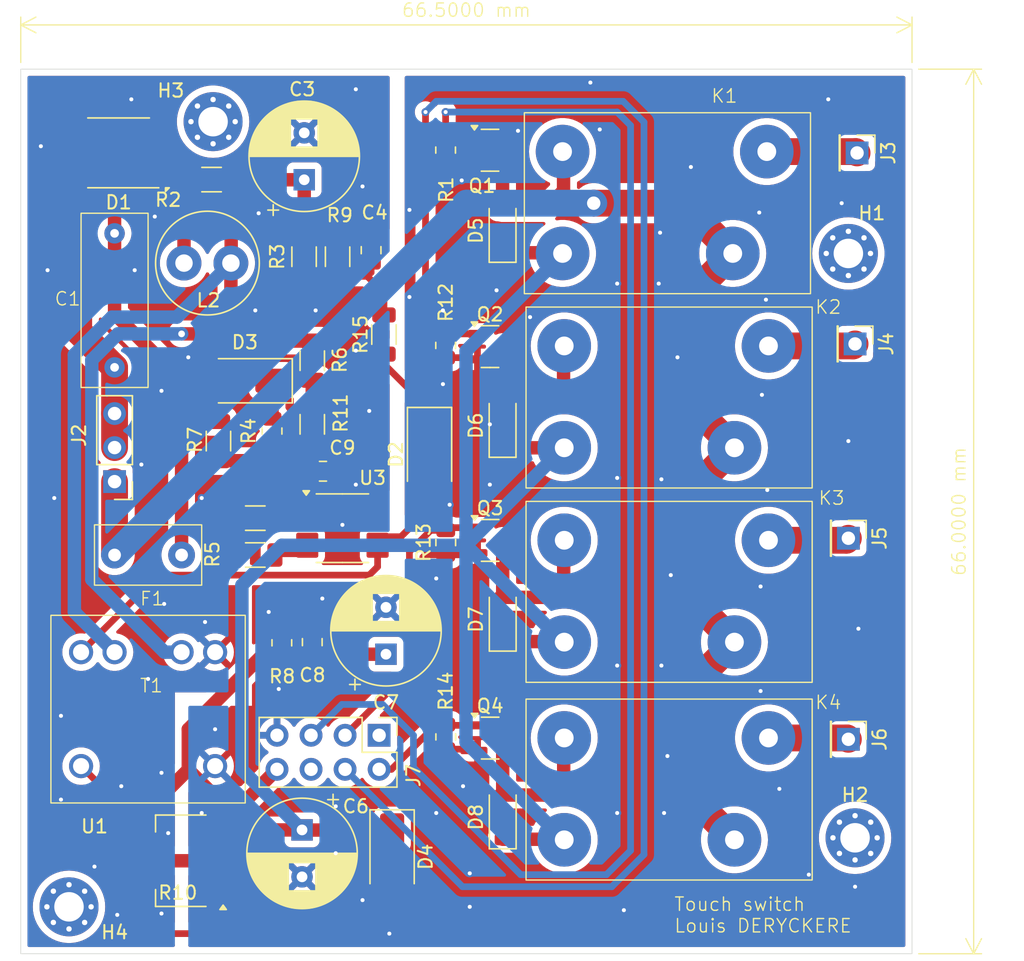
<source format=kicad_pcb>
(kicad_pcb (version 20240108) (generator "pcbnew") (generator_version "8.0")
  (layers (0 "F.Cu" signal) (31 "B.Cu" signal) (34 "B.Paste" user) (35 "F.Paste" user) (36 "B.SilkS" user "B.Silkscreen") (37 "F.SilkS" user "F.Silkscreen") (38 "B.Mask" user) (39 "F.Mask" user) (44 "Edge.Cuts" user))
  (net 0 "")
  (net 1 "GND")
  (net 2 "N")
  (net 3 "Net-(C1-Pad1)")
  (net 4 "VCC_IC")
  (net 5 "Net-(D1-+)")
  (net 6 "Net-(D2-K)")
  (net 7 "C")
  (net 8 "Net-(D3-K)")
  (net 9 "Vaux")
  (net 10 "Net-(D4-A)")
  (net 11 "+5VDC")
  (net 12 "Net-(D5-A)")
  (net 13 "Net-(D6-A)")
  (net 14 "Net-(D7-A)")
  (net 15 "Net-(D8-A)")
  (net 16 "L")
  (net 18 "CT1")
  (net 19 "CT3")
  (net 20 "+3.3V")
  (net 21 "CT4")
  (net 23 "CT2")
  (net 24 "GND2")
  (net 25 "Net-(J3-Pin_1)")
  (net 26 "Net-(J4-Pin_1)")
  (net 27 "Net-(J5-Pin_1)")
  (net 28 "Net-(J6-Pin_1)")
  (net 29 "+310VDC")
  (net 30 "Net-(C4-Pad2)")
  (net 31 "Net-(R11-Pad1)")
  (net 32 "Net-(U3-CS)")
  (net 33 "Net-(U3-FB)")
  (footprint "Resistor_SMD:R_0805_2012Metric" (layer "F.Cu") (at 112.25 55 90)
    (property "Reference" "R4")
    (property "Value" "100")
  )
  (footprint "Diode_SMD:D_SOD-123" (layer "F.Cu") (at 129.46 69.06 90)
    (property "Reference" "D7")
    (property "Value" "D")
  )
  (footprint "Capacitor_SMD:C_0805_2012Metric" (layer "F.Cu") (at 115.25 70.75 -90)
    (property "Reference" "C8")
    (property "Value" "0,1u/10V")
  )
  (footprint "Connector_PinHeader_2.54mm:PinHeader_1x01_P2.54mm_Vertical" (layer "F.Cu") (at 155.25 78 -90)
    (property "Reference" "J6")
    (property "Value" "Conn_01x01_Pin")
  )
  (footprint "Connector_PinHeader_2.54mm:PinHeader_1x03_P2.54mm_Vertical" (layer "F.Cu") (at 100.5 58.775 180)
    (property "Reference" "J2")
    (property "Value" "Conn_01x03_Pin")
  )
  (footprint "Resistor_SMD:R_1206_3216Metric" (layer "F.Cu") (at 120.6 47.8 -90)
    (property "Reference" "R15")
    (property "Value" "100")
  )
  (footprint "Resistor_SMD:R_0805_2012Metric" (layer "F.Cu") (at 125.21 63.3225 90)
    (property "Reference" "R13")
    (property "Value" "10k")
  )
  (footprint "MountingHole:MountingHole_2.2mm_M2_Pad_Via" (layer "F.Cu") (at 155.25 41.75)
    (property "Reference" "H1")
    (property "Value" "MountingHole")
  )
  (footprint "Diode_SMD:D_SOD-123" (layer "F.Cu") (at 129.45 40.05 90)
    (property "Reference" "D5")
    (property "Value" "D")
  )
  (footprint "Resistor_SMD:R_0805_2012Metric" (layer "F.Cu") (at 125.21 77.8225 90)
    (property "Reference" "R14")
    (property "Value" "10k")
  )
  (footprint "Capacitor_THT:CP_Radial_D8.0mm_P3.50mm" (layer "F.Cu") (at 114.65 36.252651 90)
    (property "Reference" "C3")
    (property "Value" "2,2u/400V")
  )
  (footprint "Package_SO:SOP-8_3.9x4.9mm_P1.27mm" (layer "F.Cu") (at 117.5 62.25)
    (property "Reference" "U3")
    (property "Value" "~")
  )
  (footprint "Touch_Switch_Custom:MKP-X2-100NR10" (layer "F.Cu") (at 100.5 40.25 -90)
    (property "Reference" "C1")
    (property "Value" "0,1u/400V")
  )
  (footprint "Diode_SMD:D_SMA" (layer "F.Cu") (at 124 56.75 -90)
    (property "Reference" "D2")
    (property "Value" "D")
  )
  (footprint "Resistor_SMD:R_1206_3216Metric" (layer "F.Cu") (at 117.14 41.9925 -90)
    (property "Reference" "R9")
    (property "Value" "430k")
  )
  (footprint "Touch_Switch_Custom:Fuse" (layer "F.Cu") (at 103 64.25)
    (property "Reference" "F1")
    (property "Value" "68")
  )
  (footprint "Diode_SMD:D_SMA" (layer "F.Cu") (at 110.25 51.25 180)
    (property "Reference" "D3")
    (property "Value" "D")
  )
  (footprint "Diode_SMD:D_SOD-123" (layer "F.Cu") (at 129.46 83.81 90)
    (property "Reference" "D8")
    (property "Value" "D")
  )
  (footprint "Touch_Switch_Custom:FH17-1A2STLE-DC5V" (layer "F.Cu") (at 133.925 41.75)
    (property "Reference" "K1")
    (property "Value" "Relay_SPST-NO")
  )
  (footprint "Package_TO_SOT_SMD:SOT-23" (layer "F.Cu") (at 128.5225 63.16)
    (property "Reference" "Q3")
    (property "Value" "MMBT3904")
  )
  (footprint "Touch_Switch_Custom:FH17-1A2STLE-DC5V" (layer "F.Cu") (at 134.05 85.5)
    (property "Reference" "K4")
    (property "Value" "Relay_SPST-NO")
  )
  (footprint "Capacitor_SMD:C_0805_2012Metric" (layer "F.Cu") (at 119.64 41.505 -90)
    (property "Reference" "C4")
    (property "Value" "100p/400V")
  )
  (footprint "Connector_PinHeader_2.54mm:PinHeader_1x01_P2.54mm_Vertical" (layer "F.Cu") (at 155.75 48.5 -90)
    (property "Reference" "J4")
    (property "Value" "Conn_01x01_Pin")
  )
  (footprint "Connector_PinHeader_2.54mm:PinHeader_1x01_P2.54mm_Vertical" (layer "F.Cu") (at 155.9 34.25 -90)
    (property "Reference" "J3")
    (property "Value" "Conn_01x01_Pin")
  )
  (footprint "Resistor_SMD:R_1206_3216Metric" (layer "F.Cu") (at 114.64 41.9925 -90)
    (property "Reference" "R3")
    (property "Value" "430k")
  )
  (footprint "Touch_Switch_Custom:FH17-1A2STLE-DC5V" (layer "F.Cu") (at 134.05 56.25)
    (property "Reference" "K2")
    (property "Value" "Relay_SPST-NO")
  )
  (footprint "Resistor_SMD:R_0805_2012Metric" (layer "F.Cu") (at 125.2 48.6125 90)
    (property "Reference" "R12")
    (property "Value" "10k")
  )
  (footprint "Inductor_THT:L_Radial_D7.5mm_P3.50mm_Fastron_07P" (layer "F.Cu") (at 105.68 42.47)
    (property "Reference" "L2")
    (property "Value" "3m")
  )
  (footprint "Package_TO_SOT_SMD:SOT-23" (layer "F.Cu") (at 128.5125 48.7)
    (property "Reference" "Q2")
    (property "Value" "MMBT3904")
  )
  (footprint "Resistor_SMD:R_1206_3216Metric" (layer "F.Cu") (at 108.25 55.75 -90)
    (property "Reference" "R7")
    (property "Value" "24k")
  )
  (footprint "MountingHole:MountingHole_2.2mm_M2_Pad_Via" (layer "F.Cu") (at 107.85 31.916726)
    (property "Reference" "H3")
    (property "Value" "MountingHole")
  )
  (footprint "Package_TO_SOT_SMD:SOT-23" (layer "F.Cu") (at 128.5225 77.91)
    (property "Reference" "Q4")
    (property "Value" "MMBT3904")
  )
  (footprint "Touch_Switch_Custom:FH17-1A2STLE-DC5V" (layer "F.Cu") (at 134.05 70.75)
    (property "Reference" "K3")
    (property "Value" "Relay_SPST-NO")
  )
  (footprint "Resistor_SMD:R_1206_3216Metric" (layer "F.Cu") (at 115.25 54.5 -90)
    (property "Reference" "R11")
    (property "Value" "2M")
  )
  (footprint "Package_TO_SOT_SMD:SOT-223-3_TabPin2" (layer "F.Cu") (at 105.4675 87.0625 180)
    (property "Reference" "U1")
    (property "Value" "SCJT1117B-3.3-A")
  )
  (footprint "Resistor_SMD:R_1206_3216Metric" (layer "F.Cu") (at 115.25 49.75 -90)
    (property "Reference" "R6")
    (property "Value" "2M")
  )
  (footprint "Resistor_SMD:R_0805_2012Metric" (layer "F.Cu") (at 125.2 34.0375 90)
    (property "Reference" "R1")
    (property "Value" "10k")
  )
  (footprint "Package_TO_SOT_SMD:SOT-23" (layer "F.Cu") (at 128.5125 34.05)
    (property "Reference" "Q1")
    (property "Value" "MMBT3904")
  )
  (footprint "Capacitor_THT:CP_Radial_D8.0mm_P3.50mm" (layer "F.Cu") (at 120.75 71.652651 90)
    (property "Reference" "C7")
    (property "Value" "330u/10V")
  )
  (footprint "Resistor_SMD:R_1206_3216Metric" (layer "F.Cu") (at 111 61.5)
    (property "Reference" "R10")
    (property "Value" "3,9k")
  )
  (footprint "Resistor_SMD:R_1206_3216Metric" (layer "F.Cu") (at 111 64.25)
    (property "Reference" "R5")
    (property "Value" "1,5")
  )
  (footprint "Resistor_SMD:R_0805_2012Metric" (layer "F.Cu") (at 112.98 70.8 -90)
    (property "Reference" "R8")
    (property "Value" "1k")
  )
  (footprint "MountingHole:MountingHole_2.2mm_M2_Pad_Via" (layer "F.Cu") (at 155.75 85.35)
    (property "Reference" "H2")
    (property "Value" "MountingHole")
  )
  (footprint "Resistor_SMD:R_1206_3216Metric" (layer "F.Cu") (at 107.7375 36.24)
    (property "Reference" "R2")
    (property "Value" "5,6k")
  )
  (footprint "MountingHole:MountingHole_2.2mm_M2_Pad_Via" (layer "F.Cu") (at 97.1 90.5)
    (property "Reference" "H4")
    (property "Value" "MountingHole")
  )
  (footprint "Diode_SMD:D_SMA" (layer "F.Cu") (at 121.2075 86.7725 -90)
    (property "Reference" "D4")
    (property "Value" "D")
  )
  (footprint "Touch_Switch_Custom:Transformer_V2_1" (layer "F.Cu") (at 98 80)
    (property "Reference" "T1")
    (property "Value" "Transformer_1P_2S")
  )
  (footprint "Diode_SMD:D_SOD-123" (layer "F.Cu") (at 129.45 54.6 90)
    (property "Reference" "D6")
    (property "Value" "D")
  )
  (footprint "Connector_PinHeader_2.54mm:PinHeader_2x04_P2.54mm_Vertical" (layer "F.Cu") (at 120.24 77.7 -90)
    (property "Reference" "J7")
    (property "Value" "Conn_02x04_Counter_Clockwise")
  )
  (footprint "Diode_SMD:Diode_Bridge_Diotec_ABS" (layer "F.Cu") (at 100.8 34.24 180)
    (property "Reference" "D1")
    (property "Value" "D_Bridge_+-AA")
  )
  (footprint "Connector_PinHeader_2.54mm:PinHeader_1x01_P2.54mm_Vertical" (layer "F.Cu") (at 155.25 63 -90)
    (property "Reference" "J5")
    (property "Value" "Conn_01x01_Pin")
  )
  (footprint "Capacitor_SMD:C_0805_2012Metric" (layer "F.Cu") (at 116.05 58)
    (property "Reference" "C9")
    (property "Value" "4,7u/25V")
  )
  (footprint "Capacitor_THT:CP_Radial_D8.0mm_P3.50mm" (layer "F.Cu") (at 114.4875 84.7625 -90)
    (property "Reference" "C6")
    (property "Value" "470u/10V")
  )
  (gr_rect (start 93.5 28) (end 160 94) (stroke (width 0.05)) (fill none) (layer "Edge.Cuts"))
  (gr_text "Touch switch\nLouis DERYCKERE" (at 142.2 92.5 0) (layer "F.SilkS") (effects (font (size 1 1) (thickness 0.1)) (justify left bottom)))
  (dimension (type aligned) (layer "F.SilkS") (pts (xy 93.5 28) (xy 160 28)) (height -3.3) (gr_text "66,5000 mm" (at 126.75 23.6 0) (layer "F.SilkS") (effects (font (size 1 1) (thickness 0.1)))) (format (prefix "") (suffix "") (units 3) (units_format 1) (precision 4)) (style (thickness 0.1) (arrow_length 1.27) (text_position_mode 0) (extension_height 0.58642) (extension_offset 0.5) keep_text_aligned))
  (dimension (type aligned) (layer "F.SilkS") (pts (xy 160 28) (xy 160 94)) (height -4.6) (gr_text "66,0000 mm" (at 163.5 61 90) (layer "F.SilkS") (effects (font (size 1 1) (thickness 0.1)))) (format (prefix "") (suffix "") (units 3) (units_format 1) (precision 4)) (style (thickness 0.1) (arrow_length 1.27) (text_position_mode 0) (extension_height 0.58642) (extension_offset 0.5) keep_text_aligned))
  (via (at 119.5 53.5) (size 0.6) (drill 0.3) (layers "F.Cu" "B.Cu") (net 1))
  (via (at 107.25 69.25) (size 0.6) (drill 0.3) (layers "F.Cu" "B.Cu") (net 1))
  (via (at 103 73.5) (size 0.6) (drill 0.3) (layers "F.Cu" "B.Cu") (net 1))
  (via (at 107 60) (size 0.6) (drill 0.3) (layers "F.Cu" "B.Cu") (net 1))
  (via (at 95.5 43) (size 0.6) (drill 0.3) (layers "F.Cu" "B.Cu") (net 1))
  (via (at 96.5 82.5) (size 0.6) (drill 0.3) (layers "F.Cu" "B.Cu") (net 1))
  (via (at 104 52) (size 0.6) (drill 0.3) (layers "F.Cu" "B.Cu") (net 1))
  (via (at 101.75 30.25) (size 0.6) (drill 0.3) (layers "F.Cu" "B.Cu") (net 1))
  (via (at 103.5 39) (size 0.6) (drill 0.3) (layers "F.Cu" "B.Cu") (net 1))
  (via (at 99 87.5) (size 0.6) (drill 0.3) (layers "F.Cu" "B.Cu") (net 1))
  (via (at 102.5 57.5) (size 0.6) (drill 0.3) (layers "F.Cu" "B.Cu") (net 1))
  (via (at 95 33.75) (size 0.6) (drill 0.3) (layers "F.Cu" "B.Cu") (net 1))
  (via (at 96.5 76.25) (size 0.6) (drill 0.3) (layers "F.Cu" "B.Cu") (net 1))
  (via (at 96 60) (size 0.6) (drill 0.3) (layers "F.Cu" "B.Cu") (net 1))
  (via (at 104.2 67.9) (size 0.6) (drill 0.3) (layers "F.Cu" "B.Cu") (net 1))
  (via (at 115.5 46) (size 0.6) (drill 0.3) (layers "F.Cu" "B.Cu") (net 1))
  (via (at 104 91) (size 0.6) (drill 0.3) (layers "F.Cu" "B.Cu") (net 1))
  (via (at 104 80.5) (size 0.6) (drill 0.3) (layers "F.Cu" "B.Cu") (net 1))
  (via (at 118.5 29.5) (size 0.6) (drill 0.3) (layers "F.Cu" "B.Cu") (net 1))
  (via (at 104.5 85) (size 0.6) (drill 0.3) (layers "F.Cu" "B.Cu") (net 1))
  (via (at 102 43) (size 0.6) (drill 0.3) (layers "F.Cu" "B.Cu") (net 1))
  (via (at 111 46) (size 0.6) (drill 0.3) (layers "F.Cu" "B.Cu") (net 1))
  (via (at 111.25 38.75) (size 0.6) (drill 0.3) (layers "F.Cu" "B.Cu") (net 1))
  (via (at 119 36.75) (size 0.6) (drill 0.3) (layers "F.Cu" "B.Cu") (net 1))
  (via (at 117.5 62) (size 0.6) (drill 0.3) (layers "F.Cu" "B.Cu") (net 1))
  (via (at 118.5 49) (size 0.6) (drill 0.3) (layers "F.Cu" "B.Cu") (net 1))
  (via (at 118.5 59) (size 0.6) (drill 0.3) (layers "F.Cu" "B.Cu") (net 1))
  (via (at 101 81.5) (size 0.6) (drill 0.3) (layers "F.Cu" "B.Cu") (net 1))
  (via (at 106 49.5) (size 0.6) (drill 0.3) (layers "F.Cu" "B.Cu") (net 1))
  (via (at 100.7 91.1) (size 0.6) (drill 0.3) (layers "F.Cu" "B.Cu") (net 1))
  (segment (start 100.5 56.235) (end 100.5 53.695) (width 2) (layer "F.Cu") (net 2))
  (segment (start 100.5 53.695) (end 100.5 50.25) (width 2) (layer "F.Cu") (net 2))
  (segment (start 100.5 50.25) (end 97.825 47.575) (width 2) (layer "F.Cu") (net 2))
  (segment (start 97.825 47.575) (end 97.825 36.24) (width 2) (layer "F.Cu") (net 2))
  (segment (start 105.5 51.25) (end 105.5 64.25) (width 1) (layer "F.Cu") (net 3))
  (segment (start 100.5 33.25) (end 99.49 32.24) (width 1) (layer "F.Cu") (net 3))
  (segment (start 100.5 40.25) (end 100.5 33.25) (width 1) (layer "F.Cu") (net 3))
  (segment (start 100.5 46.25) (end 105.5 51.25) (width 1) (layer "F.Cu") (net 3))
  (segment (start 99.49 32.24) (end 97.825 32.24) (width 1) (layer "F.Cu") (net 3))
  (segment (start 100.5 40.25) (end 100.5 46.25) (width 1) (layer "F.Cu") (net 3))
  (segment (start 115.1 56.1125) (end 115.25 55.9625) (width 1) (layer "F.Cu") (net 4))
  (segment (start 115.25 55.9625) (end 112.3 55.9625) (width 1) (layer "F.Cu") (net 4))
  (segment (start 115.1 58) (end 115.1 60.12) (width 1) (layer "F.Cu") (net 4))
  (segment (start 115.1 58) (end 115.1 56.1125) (width 1) (layer "F.Cu") (net 4))
  (segment (start 115.1 60.12) (end 114.875 60.345) (width 1) (layer "F.Cu") (net 4))
  (segment (start 112.3 55.9625) (end 112.25 55.9125) (width 1) (layer "F.Cu") (net 4))
  (segment (start 106.275 39.325) (end 105.68 39.92) (width 1) (layer "F.Cu") (net 5))
  (segment (start 106.275 36.24) (end 103.775 36.24) (width 1) (layer "F.Cu") (net 5))
  (segment (start 106.275 36.24) (end 106.275 39.325) (width 1) (layer "F.Cu") (net 5))
  (segment (start 105.68 39.92) (end 105.68 42.47) (width 1) (layer "F.Cu") (net 5))
  (segment (start 120.6 49.2625) (end 120.6 50) (width 0.5) (layer "F.Cu") (net 6))
  (segment (start 124 53.4) (end 124 54.75) (width 0.5) (layer "F.Cu") (net 6))
  (segment (start 120.6 50) (end 124 53.4) (width 0.5) (layer "F.Cu") (net 6))
  (segment (start 121.865 62.885) (end 120.125 62.885) (width 0.5) (layer "F.Cu") (net 7))
  (segment (start 120.125 64.155) (end 120.125 62.885) (width 0.5) (layer "F.Cu") (net 7))
  (segment (start 98 71.5) (end 103.75 65.75) (width 0.5) (layer "F.Cu") (net 7))
  (segment (start 103.75 65.75) (end 119.5 65.75) (width 0.5) (layer "F.Cu") (net 7))
  (segment (start 119.5 65.75) (end 120.125 65.125) (width 0.5) (layer "F.Cu") (net 7))
  (segment (start 124 58.75) (end 124 60.75) (width 0.5) (layer "F.Cu") (net 7))
  (segment (start 120.125 65.125) (end 120.125 64.155) (width 0.5) (layer "F.Cu") (net 7))
  (segment (start 124 60.75) (end 121.865 62.885) (width 0.5) (layer "F.Cu") (net 7))
  (segment (start 112.25 54.0875) (end 112.25 51.25) (width 1) (layer "F.Cu") (net 8))
  (segment (start 105.5 47.75) (end 107.25 47.75) (width 1) (layer "F.Cu") (net 9))
  (segment (start 107.25 47.75) (end 108.25 48.75) (width 1) (layer "F.Cu") (net 9))
  (segment (start 108.25 54.2875) (end 108.25 51.25) (width 1) (layer "F.Cu") (net 9))
  (segment (start 108.25 48.75) (end 108.25 51.25) (width 1) (layer "F.Cu") (net 9))
  (via (at 105.5 47.75) (size 1) (drill 0.5) (layers "F.Cu" "B.Cu") (net 9))
  (segment (start 98.8 49.7) (end 100.75 47.75) (width 1) (layer "B.Cu") (net 9))
  (segment (start 104.227208 71.5) (end 98.8 66.072792) (width 1) (layer "B.Cu") (net 9))
  (segment (start 105.5 71.5) (end 104.227208 71.5) (width 1) (layer "B.Cu") (net 9))
  (segment (start 98.8 66.072792) (end 98.8 49.7) (width 1) (layer "B.Cu") (net 9))
  (segment (start 100.75 47.75) (end 105.5 47.75) (width 1) (layer "B.Cu") (net 9))
  (segment (start 98 80) (end 100.6 82.6) (width 0.5) (layer "F.Cu") (net 10))
  (segment (start 104.2 92.5) (end 119 92.5) (width 0.5) (layer "F.Cu") (net 10))
  (segment (start 121.2075 90.2925) (end 121.2075 88.7725) (width 0.5) (layer "F.Cu") (net 10))
  (segment (start 100.6 88.9) (end 104.2 92.5) (width 0.5) (layer "F.Cu") (net 10))
  (segment (start 119 92.5) (end 121.2075 90.2925) (width 0.5) (layer "F.Cu") (net 10))
  (segment (start 100.6 82.6) (end 100.6 88.9) (width 0.5) (layer "F.Cu") (net 10))
  (segment (start 129.46 85.46) (end 133.96 85.46) (width 1) (layer "F.Cu") (net 11))
  (segment (start 133.91 70.71) (end 134.01 70.81) (width 1) (layer "F.Cu") (net 11))
  (segment (start 121.2075 84.7725) (end 114.4975 84.7725) (width 1) (layer "F.Cu") (net 11))
  (segment (start 114.4975 84.7725) (end 114.4875 84.7625) (width 1) (layer "F.Cu") (net 11))
  (segment (start 133.95 41.7) (end 134 41.75) (width 1) (layer "F.Cu") (net 11))
  (segment (start 129.45 56.25) (end 134 56.25) (width 1) (layer "F.Cu") (net 11))
  (segment (start 114.4875 84.7625) (end 108.6175 84.7625) (width 1) (layer "F.Cu") (net 11))
  (segment (start 133.96 85.46) (end 134.01 85.51) (width 1) (layer "F.Cu") (net 11))
  (segment (start 129.46 70.71) (end 133.91 70.71) (width 1) (layer "F.Cu") (net 11))
  (segment (start 129.45 41.7) (end 133.95 41.7) (width 1) (layer "F.Cu") (net 11))
  (segment (start 134 56.25) (end 126.725 63.525) (width 1) (layer "B.Cu") (net 11))
  (segment (start 112.975 63.525) (end 110 66.5) (width 1) (layer "B.Cu") (net 11))
  (segment (start 126.725 63.525) (end 134.01 70.81) (width 1) (layer "B.Cu") (net 11))
  (segment (start 126.725 63.525) (end 112.975 63.525) (width 1) (layer "B.Cu") (net 11))
  (segment (start 134 41.75) (end 126.725 49.025) (width 1) (layer "B.Cu") (net 11))
  (segment (start 134.01 85.51) (end 126.725 78.225) (width 1) (layer "B.Cu") (net 11))
  (segment (start 126.725 78.225) (end 126.725 62.9) (width 1) (layer "B.Cu") (net 11))
  (segment (start 110 66.5) (end 110 80.275) (width 1) (layer "B.Cu") (net 11))
  (segment (start 126.725 49.025) (end 126.725 62.9) (width 1) (layer "B.Cu") (net 11))
  (segment (start 126.725 62.9) (end 126.725 63.525) (width 1) (layer "B.Cu") (net 11))
  (segment (start 110 80.275) (end 114.4875 84.7625) (width 1) (layer "B.Cu") (net 11))
  (segment (start 129.45 38.4) (end 132.6625 38.4) (width 1) (layer "F.Cu") (net 12))
  (segment (start 129.45 38.4) (end 129.45 34.05) (width 1) (layer "F.Cu") (net 12))
  (segment (start 132.6625 38.4) (end 134 37.0625) (width 1) (layer "F.Cu") (net 12))
  (segment (start 134 37.0625) (end 134 34.15) (width 1) (layer "F.Cu") (net 12))
  (segment (start 132.9725 52.95) (end 134 51.9225) (width 1) (layer "F.Cu") (net 13))
  (segment (start 129.45 52.95) (end 129.45 48.7) (width 1) (layer "F.Cu") (net 13))
  (segment (start 129.45 52.95) (end 132.9725 52.95) (width 1) (layer "F.Cu") (net 13))
  (segment (start 134 51.9225) (end 134 48.65) (width 1) (layer "F.Cu") (net 13))
  (segment (start 134.01 66.0325) (end 134.01 63.21) (width 1) (layer "F.Cu") (net 14))
  (segment (start 129.46 67.41) (end 132.6325 67.41) (width 1) (layer "F.Cu") (net 14))
  (segment (start 132.6325 67.41) (end 134.01 66.0325) (width 1) (layer "F.Cu") (net 14))
  (segment (start 129.46 67.41) (end 129.46 63.16) (width 1) (layer "F.Cu") (net 14))
  (segment (start 134.01 80.7225) (end 134.01 77.91) (width 1) (layer "F.Cu") (net 15))
  (segment (start 129.46 82.16) (end 132.5725 82.16) (width 1) (layer "F.Cu") (net 15))
  (segment (start 129.46 82.16) (end 129.46 77.91) (width 1) (layer "F.Cu") (net 15))
  (segment (start 132.5725 82.16) (end 134.01 80.7225) (width 1) (layer "F.Cu") (net 15))
  (segment (start 146.75 56.25) (end 144.75 58.25) (width 2) (layer "F.Cu") (net 16))
  (segment (start 146.625 41.75) (end 144.625 43.75) (width 2) (layer "F.Cu") (net 16))
  (segment (start 146.81 56.25) (end 146.76 56.2) (width 1) (layer "F.Cu") (net 16))
  (segment (start 136.25 38) (end 142.875 38) (width 2) (layer "F.Cu") (net 16))
  (segment (start 146.75 70.75) (end 144.75 72.75) (width 2) (layer "F.Cu") (net 16))
  (segment (start 146.715 85.51) (end 146.675 85.55) (width 1) (layer "F.Cu") (net 16))
  (segment (start 144.625 43.75) (end 144.625 54.125) (width 2) (layer "F.Cu") (net 16))
  (segment (start 144.625 54.125) (end 146.75 56.25) (width 2) (layer "F.Cu") (net 16))
  (segment (start 142.875 38) (end 146.625 41.75) (width 2) (layer "F.Cu") (net 16))
  (segment (start 146.815 70.81) (end 146.775 70.85) (width 1) (layer "F.Cu") (net 16))
  (segment (start 144.75 68.75) (end 146.75 70.75) (width 2) (layer "F.Cu") (net 16))
  (segment (start 144.75 72.75) (end 144.75 83.5) (width 2) (layer "F.Cu") (net 16))
  (segment (start 144.75 83.5) (end 146.75 85.5) (width 2) (layer "F.Cu") (net 16))
  (segment (start 100.5 64.25) (end 100.5 58.775) (width 2) (layer "F.Cu") (net 16))
  (segment (start 144.75 58.25) (end 144.75 68.75) (width 2) (layer "F.Cu") (net 16))
  (via (at 136.25 38) (size 2) (drill 1) (layers "F.Cu" "B.Cu") (net 16))
  (segment (start 100.5 64.25) (end 126.75 38) (width 2) (layer "B.Cu") (net 16))
  (segment (start 126.75 38) (end 136.25 38) (width 2) (layer "B.Cu") (net 16))
  (segment (start 125.225 33.1) (end 125.2 33.125) (width 0.5) (layer "F.Cu") (net 18))
  (segment (start 127.575 33.1) (end 125.225 33.1) (width 0.5) (layer "F.Cu") (net 18))
  (segment (start 125.2 31.2) (end 125.2 33.125) (width 0.5) (layer "F.Cu") (net 18))
  (via (at 125.2 31.2) (size 0.6) (drill 0.3) (layers "F.Cu" "B.Cu") (net 18))
  (segment (start 139 32.2) (end 138 31.2) (width 0.5) (layer "B.Cu") (net 18))
  (segment (start 117.46 75.4) (end 120.5 75.4) (width 0.5) (layer "B.Cu") (net 18))
  (segment (start 115.16 77.7) (end 117.46 75.4) (width 0.5) (layer "B.Cu") (net 18))
  (segment (start 120.5 75.4) (end 122.8 77.7) (width 0.5) (layer "B.Cu") (net 18))
  (segment (start 122.8 80.1) (end 130.8 88.1) (width 0.5) (layer "B.Cu") (net 18))
  (segment (start 139 86.3) (end 139 32.2) (width 0.5) (layer "B.Cu") (net 18))
  (segment (start 137.2 88.1) (end 139 86.3) (width 0.5) (layer "B.Cu") (net 18))
  (segment (start 138 31.2) (end 125.2 31.2) (width 0.5) (layer "B.Cu") (net 18))
  (segment (start 122.8 77.7) (end 122.8 80.1) (width 0.5) (layer "B.Cu") (net 18))
  (segment (start 130.8 88.1) (end 137.2 88.1) (width 0.5) (layer "B.Cu") (net 18))
  (segment (start 124.09 62.41) (end 122.5 64) (width 0.5) (layer "F.Cu") (net 19))
  (segment (start 122.5 72.9) (end 117.7 77.7) (width 0.5) (layer "F.Cu") (net 19))
  (segment (start 125.41 62.21) (end 125.21 62.41) (width 0.5) (layer "F.Cu") (net 19))
  (segment (start 122.5 64) (end 122.5 72.9) (width 0.5) (layer "F.Cu") (net 19))
  (segment (start 127.585 62.21) (end 125.41 62.21) (width 0.5) (layer "F.Cu") (net 19))
  (segment (start 125.21 62.41) (end 124.09 62.41) (width 0.5) (layer "F.Cu") (net 19))
  (segment (start 106 77.25) (end 106 80.262742) (width 1) (layer "F.Cu") (net 20))
  (segment (start 120.75 71.652651) (end 115.297349 71.652651) (width 1) (layer "F.Cu") (net 20))
  (segment (start 108.237258 82.5) (end 110.36 82.5) (width 1) (layer "F.Cu") (net 20))
  (segment (start 111.5375 71.7125) (end 106 77.25) (width 1) (layer "F.Cu") (net 20))
  (segment (start 106 80.262742) (end 108.237258 82.5) (width 1) (layer "F.Cu") (net 20))
  (segment (start 115.25 71.7) (end 112.9925 71.7) (width 1) (layer "F.Cu") (net 20))
  (segment (start 112.98 71.7125) (end 111.5375 71.7125) (width 1) (layer "F.Cu") (net 20))
  (segment (start 106 80.262742) (end 102.3175 83.945242) (width 1) (layer "F.Cu") (net 20))
  (segment (start 102.3175 83.945242) (end 102.3175 87.0625) (width 1) (layer "F.Cu") (net 20))
  (segment (start 108.6175 87.0625) (end 102.3175 87.0625) (width 1) (layer "F.Cu") (net 20))
  (segment (start 112.62 80.24) (end 110.36 82.5) (width 1) (layer "F.Cu") (net 20))
  (segment (start 112.9925 71.7) (end 112.98 71.7125) (width 1) (layer "F.Cu") (net 20))
  (segment (start 115.297349 71.652651) (end 115.25 71.7) (width 1) (layer "F.Cu") (net 20))
  (segment (start 127.585 76.96) (end 125.26 76.96) (width 0.5) (layer "F.Cu") (net 21))
  (segment (start 124.49 76.91) (end 121.16 80.24) (width 0.5) (layer "F.Cu") (net 21))
  (segment (start 125.21 76.91) (end 124.49 76.91) (width 0.5) (layer "F.Cu") (net 21))
  (segment (start 125.26 76.96) (end 125.21 76.91) (width 0.5) (layer "F.Cu") (net 21))
  (segment (start 121.16 80.24) (end 120.24 80.24) (width 0.5) (layer "F.Cu") (net 21))
  (segment (start 127.575 47.75) (end 125.25 47.75) (width 0.5) (layer "F.Cu") (net 23))
  (segment (start 124.2 47.7) (end 125.2 47.7) (width 0.5) (layer "F.Cu") (net 23))
  (segment (start 123.7 47.2) (end 124.2 47.7) (width 0.5) (layer "F.Cu") (net 23))
  (segment (start 125.25 47.75) (end 125.2 47.7) (width 0.5) (layer "F.Cu") (net 23))
  (segment (start 123.7 31.2) (end 123.7 47.2) (width 0.5) (layer "F.Cu") (net 23))
  (via (at 123.7 31.2) (size 0.6) (drill 0.3) (layers "F.Cu" "B.Cu") (net 23))
  (segment (start 137.6 89) (end 140 86.6) (width 0.5) (layer "B.Cu") (net 23))
  (segment (start 140 86.6) (end 140 31.955025) (width 0.5) (layer "B.Cu") (net 23))
  (segment (start 138.444975 30.4) (end 124.5 30.4) (width 0.5) (layer "B.Cu") (net 23))
  (segment (start 124.5 30.4) (end 123.7 31.2) (width 0.5) (layer "B.Cu") (net 23))
  (segment (start 117.7 80.24) (end 126.46 89) (width 0.5) (layer "B.Cu") (net 23))
  (segment (start 140 31.955025) (end 138.444975 30.4) (width 0.5) (layer "B.Cu") (net 23))
  (segment (start 126.46 89) (end 137.6 89) (width 0.5) (layer "B.Cu") (net 23))
  (via (at 122.5 45) (size 0.6) (drill 0.3) (layers "F.Cu" "B.Cu") (net 24))
  (via (at 116 67.5) (size 0.6) (drill 0.3) (layers "F.Cu" "B.Cu") (net 24))
  (via (at 117 86.5) (size 0.6) (drill 0.3) (layers "F.Cu" "B.Cu") (net 24))
  (via (at 141.1 44) (size 0.6) (drill 0.3) (layers "F.Cu" "B.Cu") (net 24))
  (via (at 122.5 38.5) (size 0.6) (drill 0.3) (layers "F.Cu" "B.Cu") (net 24))
  (via (at 130.6 32.6) (size 0.6) (drill 0.3) (layers "F.Cu" "B.Cu") (net 24))
  (via (at 126.4 36.3) (size 0.6) (drill 0.3) (layers "F.Cu" "B.Cu") (net 24))
  (via (at 155.75 89) (size 0.6) (drill 0.3) (layers "F.Cu" "B.Cu") (net 24))
  (via (at 119 90) (size 0.6) (drill 0.3) (layers "F.Cu" "B.Cu") (net 24))
  (via (at 112.75 74.25) (size 0.6) (drill 0.3) (layers "F.Cu" "B.Cu") (net 24))
  (via (at 117 83) (size 0.6) (drill 0.3) (layers "F.Cu" "B.Cu") (net 24))
  (via (at 127 88) (size 0.6) (drill 0.3) (layers "F.Cu" "B.Cu") (net 24))
  (via (at 125 51.5) (size 0.6) (drill 0.3) (layers "F.Cu" "B.Cu") (net 24))
  (via (at 125.5 60.5) (size 0.6) (drill 0.3) (layers "F.Cu" "B.Cu") (net 24))
  (via (at 138 83.5) (size 0.6) (drill 0.3) (layers "F.Cu" "B.Cu") (net 24))
  (via (at 154.75 38) (size 0.6) (drill 0.3) (layers "F.Cu" "B.Cu") (net 24))
  (via (at 107 83.5) (size 0.6) (drill 0.3) (layers "F.Cu" "B.Cu") (net 24))
  (via (at 121 92.5) (size 0.6) (drill 0.3) (layers "F.Cu" "B.Cu") (net 24))
  (via (at 149.2 59.4) (size 0.6) (drill 0.3) (layers "F.Cu" "B.Cu") (net 24))
  (via (at 141.75 79.25) (size 0.6) (drill 0.3) (layers "F.Cu" "B.Cu") (net 24))
  (via (at 128.5 54.5) (size 0.6) (drill 0.3) (layers "F.Cu" "B.Cu") (net 24))
  (via (at 125 46) (size 0.6) (drill 0.3) (layers "F.Cu" "B.Cu") (net 24))
  (via (at 138 72.5) (size 0.6) (drill 0.3) (layers "F.Cu" "B.Cu") (net 24))
  (via (at 108 77.25) (size 0.6) (drill 0.3) (layers "F.Cu" "B.Cu") (net 24))
  (via (at 156 69.75) (size 0.6) (drill 0.3) (layers "F.Cu" "B.Cu") (net 24))
  (via (at 127 90.5) (size 0.6) (drill 0.3) (layers "F.Cu" "B.Cu") (net 24))
  (via (at 149.1 45.2) (size 0.6) (drill 0.3) (layers "F.Cu" "B.Cu") (net 24))
  (via (at 136.7 32.5) (size 0.6) (drill 0.3) (layers "F.Cu" "B.Cu") (net 24))
  (via (at 152.3 88.1) (size 0.6) (drill 0.3) (layers "F.Cu" "B.Cu") (net 24))
  (via (at 141.5 83.5) (size 0.6) (drill 0.3) (layers "F.Cu" "B.Cu") (net 24))
  (via (at 142.5 49.5) (size 0.6) (drill 0.3) (layers "F.Cu" "B.Cu") (net 24))
  (via (at 141.3 58.6) (size 0.6) (drill 0.3) (layers "F.Cu" "B.Cu") (net 24))
  (via (at 148.7 66.6) (size 0.6) (drill 0.3) (layers "F.Cu" "B.Cu") (net 24))
  (via (at 124.5 66) (size 0.6) (drill 0.3) (layers "F.Cu" "B.Cu") (net 24))
  (via (at 150.1 81.7) (size 0.6) (drill 0.3) (layers "F.Cu" "B.Cu") (net 24))
  (via (at 141.2 40.2) (size 0.6) (drill 0.3) (layers "F.Cu" "B.Cu") (net 24))
  (via (at 128.5 59) (size 0.6) (drill 0.3) (layers "F.Cu" "B.Cu") (net 24))
  (via (at 141.3 72.5) (size 0.6) (drill 0.3) (layers "F.Cu" "B.Cu") (net 24))
  (via (at 153.75 30.25) (size 0.6) (drill 0.3) (layers "F.Cu" "B.Cu") (net 24))
  (via (at 142 65.75) (size 0.6) (drill 0.3) (layers "F.Cu" "B.Cu") (net 24))
  (via (at 148.6 38.7) (size 0.6) (drill 0.3) (layers "F.Cu" "B.Cu") (net 24))
  (via (at 138.5 90.75) (size 0.6) (drill 0.3) (layers "F.Cu" "B.Cu") (net 24))
  (via (at 138 58.5) (size 0.6) (drill 0.3) (layers "F.Cu" "B.Cu") (net 24))
  (via (at 138 44) (size 0.6) (drill 0.3) (layers "F.Cu" "B.Cu") (net 24))
  (via (at 136 29) (size 0.6) (drill 0.3) (layers "F.Cu" "B.Cu") (net 24))
  (via (at 155.25 55.75) (size 0.6) (drill 0.3) (layers "F.Cu" "B.Cu") (net 24))
  (via (at 126.5 81.5) (size 0.6) (drill 0.3) (layers "F.Cu" "B.Cu") (net 24))
  (via (at 129 44.5) (size 0.6) (drill 0.3) (layers "F.Cu" "B.Cu") (net 24))
  (via (at 124.5 83.5) (size 0.6) (drill 0.3) (layers "F.Cu" "B.Cu") (net 24))
  (via (at 131.5 46.5) (size 0.6) (drill 0.3) (layers "F.Cu" "B.Cu") (net 24))
  (via (at 143.5 35.3) (size 0.6) (drill 0.3) (layers "F.Cu" "B.Cu") (net 24))
  (via (at 112 68.5) (size 0.6) (drill 0.3) (layers "F.Cu" "B.Cu") (net 24))
  (via (at 148.7 74.4) (size 0.6) (drill 0.3) (layers "F.Cu" "B.Cu") (net 24))
  (via (at 148.8 52.3) (size 0.6) (drill 0.3) (layers "F.Cu" "B.Cu") (net 24))
  (segment (start 149.165 34.15) (end 155.8 34.15) (width 2) (layer "F.Cu") (net 25))
  (segment (start 155.8 34.15) (end 155.9 34.25) (width 2) (layer "F.Cu") (net 25))
  (segment (start 149.165 34.15) (end 148.75 34.15) (width 2) (layer "F.Cu") (net 25))
  (segment (start 149.29 48.65) (end 155.6 48.65) (width 2) (layer "F.Cu") (net 26))
  (segment (start 155.6 48.65) (end 155.75 48.5) (width 2) (layer "F.Cu") (net 26))
  (segment (start 149.29 63.15) (end 155.1 63.15) (width 2) (layer "F.Cu") (net 27))
  (segment (start 155.1 63.15) (end 155.25 63) (width 2) (layer "F.Cu") (net 27))
  (segment (start 155.15 77.9) (end 155.25 78) (width 2) (layer "F.Cu") (net 28))
  (segment (start 149.29 77.9) (end 155.15 77.9) (width 2) (layer "F.Cu") (net 28))
  (segment (start 109.212651 36.252651) (end 109.2 36.24) (width 1) (layer "F.Cu") (net 29))
  (segment (start 110.7875 48.2875) (end 109.18 46.68) (width 1) (layer "F.Cu") (net 29))
  (segment (start 115.25 48.2875) (end 110.7875 48.2875) (width 1) (layer "F.Cu") (net 29))
  (segment (start 109.2 42.45) (end 109.18 42.47) (width 1) (layer "F.Cu") (net 29))
  (segment (start 114.65 40.52) (end 114.64 40.53) (width 1) (layer "F.Cu") (net 29))
  (segment (start 114.64 40.53) (end 117.14 40.53) (width 1) (layer "F.Cu") (net 29))
  (segment (start 114.65 36.252651) (end 114.65 40.52) (width 1) (layer "F.Cu") (net 29))
  (segment (start 117.165 40.555) (end 117.14 40.53) (width 1) (layer "F.Cu") (net 29))
  (segment (start 119.64 40.555) (end 117.165 40.555) (width 1) (layer "F.Cu") (net 29))
  (segment (start 109.2 36.24) (end 109.2 42.45) (width 1) (layer "F.Cu") (net 29))
  (segment (start 114.65 36.252651) (end 109.212651 36.252651) (width 1) (layer "F.Cu") (net 29))
  (segment (start 109.18 46.68) (end 109.18 42.47) (width 1) (layer "F.Cu") (net 29))
  (segment (start 97.5 68.5) (end 97.5 49.302944) (width 1) (layer "B.Cu") (net 29))
  (segment (start 100.5 71.5) (end 97.5 68.5) (width 1) (layer "B.Cu") (net 29))
  (segment (start 97.5 49.302944) (end 100.302944 46.5) (width 1) (layer "B.Cu") (net 29))
  (segment (start 100.302944 46.5) (end 105.15 46.5) (width 1) (layer "B.Cu") (net 29))
  (segment (start 105.15 46.5) (end 109.18 42.47) (width 1) (layer "B.Cu") (net 29))
  (segment (start 119.64 43.165) (end 119.35 43.455) (width 0.5) (layer "F.Cu") (net 30))
  (segment (start 119.64 42.455) (end 119.64 43.165) (width 0.5) (layer "F.Cu") (net 30))
  (segment (start 120.6 44.7) (end 120.6 46.3375) (width 0.5) (layer "F.Cu") (net 30))
  (segment (start 119.35 43.455) (end 119.355 43.455) (width 0.5) (layer "F.Cu") (net 30))
  (segment (start 114.64 43.455) (end 117.14 43.455) (width 0.5) (layer "F.Cu") (net 30))
  (segment (start 119.355 43.455) (end 120.6 44.7) (width 0.5) (layer "F.Cu") (net 30))
  (segment (start 119.35 43.455) (end 117.14 43.455) (width 0.5) (layer "F.Cu") (net 30))
  (segment (start 115.25 53.0375) (end 115.25 51.2125) (width 1) (layer "F.Cu") (net 31))
  (segment (start 114.875 64.155) (end 112.5575 64.155) (width 0.5) (layer "F.Cu") (net 32))
  (segment (start 112.5575 64.155) (end 112.4625 64.25) (width 0.5) (layer "F.Cu") (net 32))
  (segment (start 108.25 57.2125) (end 110.7125 57.2125) (width 1) (layer "F.Cu") (net 33))
  (segment (start 112.4625 61.5) (end 112.5775 61.615) (width 1) (layer "F.Cu") (net 33))
  (segment (start 112.5775 61.615) (end 114.875 61.615) (width 1) (layer "F.Cu") (net 33))
  (segment (start 110.7125 57.2125) (end 112.4625 58.9625) (width 1) (layer "F.Cu") (net 33))
  (segment (start 112.4625 58.9625) (end 112.4625 61.5) (width 1) (layer "F.Cu") (net 33))
  (zone (net 24) (net_name "GND2") (layers "F&B.Cu") (priority 1) (connect_pads (clearance 0.5)) (min_thickness 0.25) (fill yes (thermal_gap 0.5) (thermal_bridge_width 0.5))
    (polygon (pts (xy 122.15 28.25) (xy 122.15 66.25) (xy 110.75 66.25) (xy 110.75 75.5) (xy 106 75.5) (xy 106 93.75) (xy 159.75 93.75) (xy 159.75 28.25)))
  )
  (zone (net 1) (net_name "GND") (layers "F&B.Cu") (connect_pads (clearance 0.5)) (min_thickness 0.25) (fill yes (thermal_gap 0.5) (thermal_bridge_width 0.5))
    (polygon (pts (xy 93.75 28.25) (xy 121.025 28.25) (xy 121.025 65.25) (xy 109.75 65.25) (xy 109.75 74.5) (xy 105 74.5) (xy 105 93.75) (xy 93.75 93.75)))
  )
)
</source>
